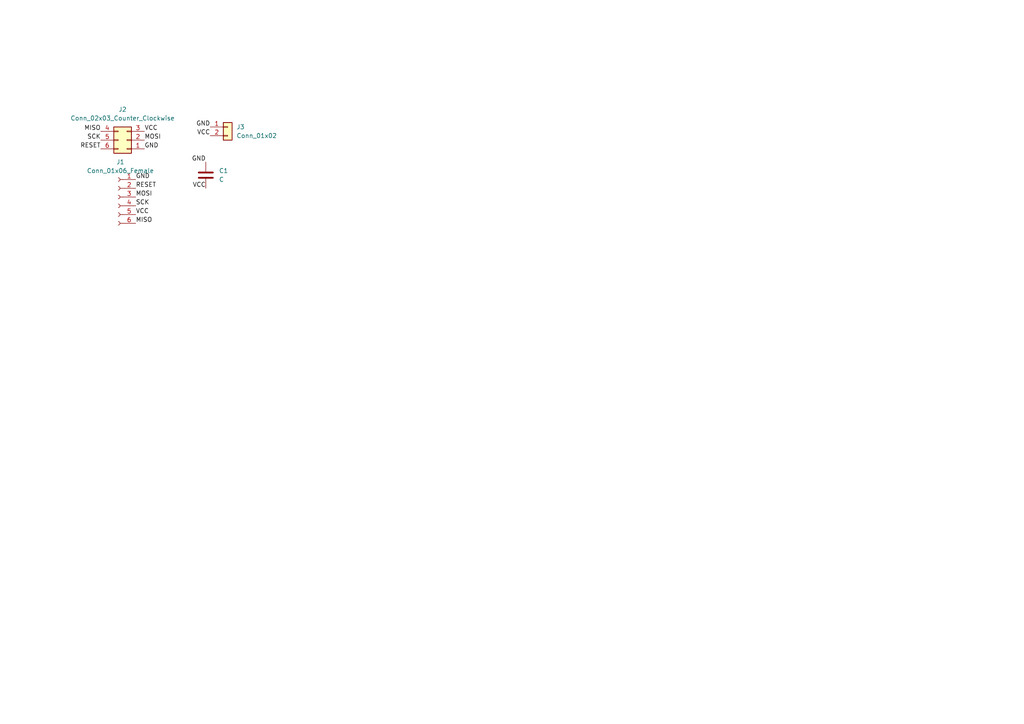
<source format=kicad_sch>
(kicad_sch (version 20211123) (generator eeschema)
  (paper "A4")
  (lib_symbols
    (symbol "Connector:Conn_01x06_Female" (pin_names (offset 1.016) hide)
      (property "Reference" "J" (at 0 7.62 0))
      (property "Value" "Conn_01x06_Female" (at 0 -10.16 0))
      (symbol "Conn_01x06_Female_1_1"
        (arc (start 0 -7.112) (mid -0.508 -7.62) (end 0 -8.128) (stroke (width 0.1524)))
        (arc (start 0 -4.572) (mid -0.508 -5.08) (end 0 -5.588) (stroke (width 0.1524)))
        (arc (start 0 -2.032) (mid -0.508 -2.54) (end 0 -3.048) (stroke (width 0.1524)))
        (polyline (pts (xy -1.27 -7.62) (xy -0.508 -7.62)) (stroke (width 0.1524)))
        (polyline (pts (xy -1.27 -5.08) (xy -0.508 -5.08)) (stroke (width 0.1524)))
        (polyline (pts (xy -1.27 -2.54) (xy -0.508 -2.54)) (stroke (width 0.1524)))
        (polyline (pts (xy -1.27 0) (xy -0.508 0)) (stroke (width 0.1524)))
        (polyline (pts (xy -1.27 2.54) (xy -0.508 2.54)) (stroke (width 0.1524)))
        (polyline (pts (xy -1.27 5.08) (xy -0.508 5.08)) (stroke (width 0.1524)))
        (arc (start 0 0.508) (mid -0.508 0) (end 0 -0.508) (stroke (width 0.1524)))
        (arc (start 0 3.048) (mid -0.508 2.54) (end 0 2.032) (stroke (width 0.1524)))
        (arc (start 0 5.588) (mid -0.508 5.08) (end 0 4.572) (stroke (width 0.1524)))
        (pin passive line (at -5.08 5.08 0) (length 3.81) (name "Pin_1") (number "1"))
        (pin passive line (at -5.08 2.54 0) (length 3.81) (name "Pin_2") (number "2"))
        (pin passive line (at -5.08 0 0) (length 3.81) (name "Pin_3") (number "3"))
        (pin passive line (at -5.08 -2.54 0) (length 3.81) (name "Pin_4") (number "4"))
        (pin passive line (at -5.08 -5.08 0) (length 3.81) (name "Pin_5") (number "5"))
        (pin passive line (at -5.08 -7.62 0) (length 3.81) (name "Pin_6") (number "6"))
      )
    )
    (symbol "Connector_Generic:Conn_01x02" (pin_names (offset 1.016) hide)
      (property "Reference" "J" (at 0 2.54 0))
      (property "Value" "Conn_01x02" (at 0 -5.08 0))
      (symbol "Conn_01x02_1_1"
        (rectangle (start -1.27 -2.413) (end 0 -2.667) (stroke (width 0.1524)))
        (rectangle (start -1.27 0.127) (end 0 -0.127) (stroke (width 0.1524)))
        (rectangle (start -1.27 1.27) (end 1.27 -3.81) (stroke (width 0.254)) (fill (type background)))
        (pin passive line (at -5.08 0 0) (length 3.81) (name "Pin_1") (number "1"))
        (pin passive line (at -5.08 -2.54 0) (length 3.81) (name "Pin_2") (number "2"))
      )
    )
    (symbol "Connector_Generic:Conn_02x03_Counter_Clockwise" (pin_names (offset 1.016) hide)
      (property "Reference" "J" (at 1.27 5.08 0))
      (property "Value" "Conn_02x03_Counter_Clockwise" (at 1.27 -5.08 0))
      (symbol "Conn_02x03_Counter_Clockwise_1_1"
        (rectangle (start -1.27 -2.413) (end 0 -2.667) (stroke (width 0.1524)))
        (rectangle (start -1.27 0.127) (end 0 -0.127) (stroke (width 0.1524)))
        (rectangle (start -1.27 2.667) (end 0 2.413) (stroke (width 0.1524)))
        (rectangle (start -1.27 3.81) (end 3.81 -3.81) (stroke (width 0.254)) (fill (type background)))
        (rectangle (start 3.81 -2.413) (end 2.54 -2.667) (stroke (width 0.1524)))
        (rectangle (start 3.81 0.127) (end 2.54 -0.127) (stroke (width 0.1524)))
        (rectangle (start 3.81 2.667) (end 2.54 2.413) (stroke (width 0.1524)))
        (pin passive line (at -5.08 2.54 0) (length 3.81) (name "Pin_1") (number "1"))
        (pin passive line (at -5.08 0 0) (length 3.81) (name "Pin_2") (number "2"))
        (pin passive line (at -5.08 -2.54 0) (length 3.81) (name "Pin_3") (number "3"))
        (pin passive line (at 7.62 -2.54 180) (length 3.81) (name "Pin_4") (number "4"))
        (pin passive line (at 7.62 0 180) (length 3.81) (name "Pin_5") (number "5"))
        (pin passive line (at 7.62 2.54 180) (length 3.81) (name "Pin_6") (number "6"))
      )
    )
    (symbol "Device:C" (pin_numbers hide) (pin_names (offset 0.254))
      (property "Reference" "C" (at 0.635 2.54 0))
      (property "Value" "C" (at 0.635 -2.54 0))
      (symbol "C_0_1"
        (polyline (pts (xy -2.032 -0.762) (xy 2.032 -0.762)) (stroke (width 0.508)))
        (polyline (pts (xy -2.032 0.762) (xy 2.032 0.762)) (stroke (width 0.508)))
      )
      (symbol "C_1_1"
        (pin passive line (at 0 3.81 270) (length 2.794) (name "~") (number "1"))
        (pin passive line (at 0 -3.81 90) (length 2.794) (name "~") (number "2"))
      )
    )
  )
  (label "MOSI" (at 39.37 57.15 0))
  (label "VCC" (at 39.37 62.23 0))
  (label "GND" (at 59.69 46.99 180))
  (label "GND" (at 60.96 36.83 180))
  (label "SCK" (at 29.21 40.64 180))
  (label "RESET" (at 29.21 43.18 180))
  (label "MISO" (at 29.21 38.1 180))
  (label "SCK" (at 39.37 59.69 0))
  (label "VCC" (at 59.69 54.61 180))
  (label "GND" (at 41.91 43.18 0))
  (label "MISO" (at 39.37 64.77 0))
  (label "VCC" (at 60.96 39.37 180))
  (label "VCC" (at 41.91 38.1 0))
  (label "RESET" (at 39.37 54.61 0))
  (label "GND" (at 39.37 52.07 0))
  (label "MOSI" (at 41.91 40.64 0))
  (symbol (lib_id "Connector_Generic:Conn_02x03_Counter_Clockwise") (at 36.83 40.64 180) (unit 1)
    (property "Reference" "J2" (at 35.56 31.75 0))
    (property "Value" "Conn_02x03_Counter_Clockwise" (at 35.56 34.29 0))
    (property "Footprint" "Connector_PinHeader_2.54mm:PinHeader_2x03_P2.54mm_Vertical" (effects hide))
  )
  (symbol (lib_id "Connector:Conn_01x06_Female") (at 34.29 57.15 0) (mirror y) (unit 1)
    (property "Reference" "J1" (at 34.925 46.99 0))
    (property "Value" "Conn_01x06_Female" (at 34.925 49.53 0))
    (property "Footprint" "ffc:Molex-54550-0671-Manufacturer_Recommended" (effects hide))
  )
  (symbol (lib_id "Device:C") (at 59.69 50.8 0) (unit 1)
    (property "Reference" "C1" (at 63.5 49.5299 0) (effects (justify left)))
    (property "Value" "C" (at 63.5 52.0699 0) (effects (justify left)))
    (property "Footprint" "Capacitor_SMD:C_0603_1608Metric" (effects hide))
  )
  (symbol (lib_id "Connector_Generic:Conn_01x02") (at 66.04 36.83 0) (unit 1)
    (property "Reference" "J3" (at 68.58 36.8299 0) (effects (justify left)))
    (property "Value" "Conn_01x02" (at 68.58 39.3699 0) (effects (justify left)))
    (property "Footprint" "Connector_PinHeader_2.54mm:PinHeader_1x02_P2.54mm_Vertical" (effects hide))
  )
)
</source>
